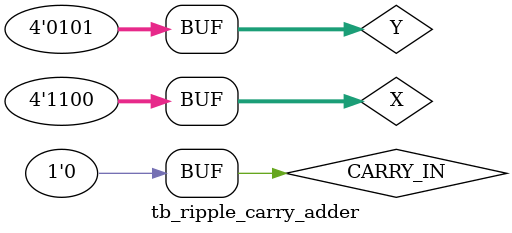
<source format=v>
module fulladder4b (
  // Input, output port 선언
  output wire [3:0] SUM,
  output wire CARRY_OUT,
  input wire [3:0] X,
  input wire [3:0] Y,
  input wire CARRY_IN
  );
  // 내부 wire 선언
  wire c1, c2, c3;
  // 하위 module instantiation
  Full_Adder fu0(
    .SUM		(SUM[0]),
    .CARRY_OUT	(c1),
    .X			(X[0]),
    .Y			(Y[0]),
    .CARRY_IN	(CARRY_IN)
  );
  Full_Adder fu1(
    .SUM		(SUM[1]),
    .CARRY_OUT	(c2),
    .X			(X[1]),
    .Y			(Y[1]),
    .CARRY_IN	(c1)
  );
  Full_Adder fu2(
    .SUM		(SUM[2]),
    .CARRY_OUT	(c3),
    .X			(X[2]),
    .Y			(Y[2]),
    .CARRY_IN	(c2)
  );
  Full_Adder fu3(
    .SUM		(SUM[03]),
    .CARRY_OUT	(CARRY_OUT),
    .X			(X[3]),
    .Y			(Y[3]),
    .CARRY_IN	(c3)
  );
  
endmodule

module Full_Adder (
  // Input, output port 선언
  output wire SUM, CARRY_OUT,
  input wire X, Y, CARRY_IN
);
  // 내부 wire 선언
  wire sum1;
  wire carry1, carry2;
  // 하위 module instantiation
  Half_Adder ha0 ( 
    .SUM	(sum1),
    .CARRY	(carry1),
    .X	(X),
    .Y	(Y)
  );
  Half_Adder ha1 (
    .SUM	(SUM),
    .CARRY	(carry2),
    .X	(CARRY_IN),
    .Y	(sum1)
  );
  // Gates instantiations
  or(CARRY_OUT, carry1, carry2);
endmodule


module Half_Adder (
  output wire SUM, CARRY,
  input wire X, Y
);
  xor(SUM, X, Y);
  and(CARRY, X, Y);
endmodule

//testbench
`timescale 10ns/1ps
module tb_ripple_carry_adder;
  // Input에 연결되는 변수
  reg [3:0] X;
  reg [3:0] Y;
  reg CARRY_IN;
  // Output에 연결되는 변수
  wire [3:0] SUM;
  wire CARRY_OUT;
  // DUT instantiation
  fulladder4b u_fulladder4b(
    .SUM			(SUM),
    .CARRY_OUT		(CARRY_OUT),
    .X				(X),
    .Y				(Y),
    .CARRY_IN		(CARRY_IN)
  );
    
  // Simulations
  initial
    begin
      /* Fill this part – 4+8, 3+7, 12+5 검증 */
      X = 4; Y = 8; CARRY_IN =0;
      #5;
      X = 3; Y = 7; CARRY_IN =0;
      #5;
      X = 12; Y = 5; CARRY_IN =0;
      #5;
   end
  initial begin
    $dumpfile("a.vcd");
    $dumpvars(0, tb_ripple_carry_adder);
  end
endmodule

</source>
